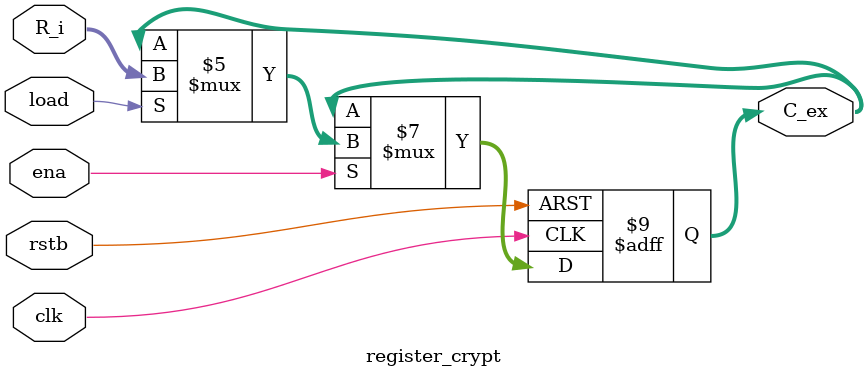
<source format=sv>
module register_crypt #(parameter int WIDTH = 4) (ena, rstb, clk, load, R_i, C_ex);

  input ena;
  input rstb;
  input clk;
  input load;
  input [WIDTH-1:0] R_i;
  output [WIDTH-1:0] C_ex;

  logic [WIDTH-1:0] C_ex;

  always_ff @(negedge(rstb) or posedge(clk)) begin
    if (!rstb) begin
      C_ex <= '0;
    end else begin
      if (ena == 1'b1) begin
        if (load == 1'b1) begin
          C_ex <= R_i;
        end
      end
    end
  end

endmodule

</source>
